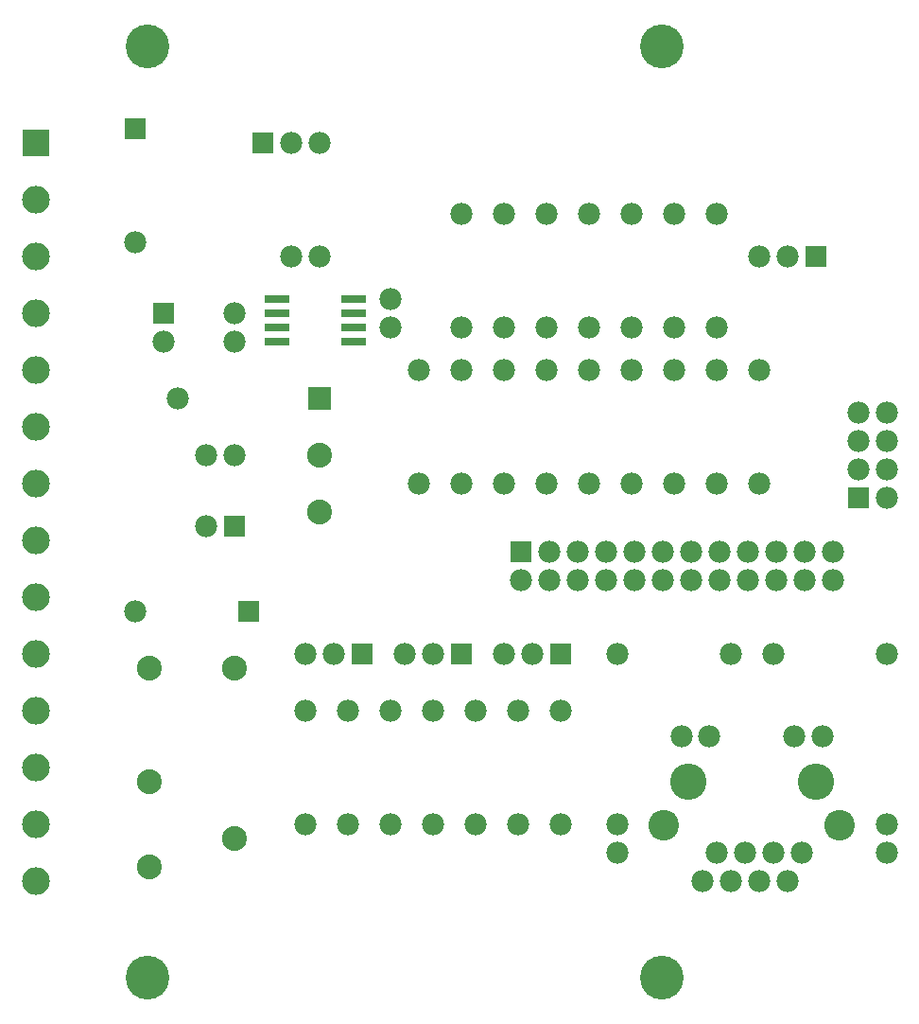
<source format=gbr>
G04 DipTrace 3.3.1.3*
G04 TopMask.gbr*
%MOIN*%
G04 #@! TF.FileFunction,Soldermask,Top*
G04 #@! TF.Part,Single*
%AMOUTLINE1*
4,1,4,
0.03894,-0.03894,
-0.03894,-0.03894,
-0.03894,0.03894,
0.03894,0.03894,
0.03894,-0.03894,
0*%
%ADD30C,0.128*%
%ADD31C,0.154*%
%ADD41R,0.08662X0.031502*%
%ADD43C,0.08788*%
%ADD45C,0.09788*%
%ADD47R,0.09788X0.09788*%
%ADD49C,0.10788*%
%ADD51C,0.07788*%
%ADD53C,0.07788*%
%ADD55R,0.07788X0.07788*%
%ADD62OUTLINE1*%
%FSLAX26Y26*%
G04*
G70*
G90*
G75*
G01*
G04 TopMask*
%LPD*%
D55*
X1543700Y2968700D3*
D53*
Y2868700D3*
D51*
X1793700D3*
Y2968700D3*
X2343700Y3018700D3*
Y2918700D3*
X2093700Y3168700D3*
X1993700D3*
D55*
X1793700Y2218700D3*
D53*
X1693700D3*
D51*
Y2468700D3*
X1793700D3*
X4093700Y1168700D3*
Y1068700D3*
X3143700Y1168700D3*
Y1068700D3*
D62*
X2093700Y2668700D3*
D51*
X1593700D3*
D55*
X1443700Y3618700D3*
D53*
Y3218700D3*
D55*
X1843700Y1918700D3*
D53*
X1443700D3*
X3793700Y1068700D3*
X3743700Y968700D3*
X3693700Y1068700D3*
X3643700Y968700D3*
X3593700Y1068700D3*
X3543700Y968700D3*
X3493700Y1068700D3*
X3443700Y968700D3*
X3867700Y1480700D3*
X3768700D3*
X3468700D3*
X3369700D3*
D49*
X3928700Y1165700D3*
X3308700D3*
D30*
X3843700Y1318700D3*
X3393700D3*
D47*
X1093700Y3568700D3*
D45*
Y3368700D3*
Y3168700D3*
Y2968700D3*
Y2768700D3*
Y2568700D3*
Y2368700D3*
Y2168700D3*
Y1968700D3*
Y1768700D3*
Y1568700D3*
Y1368700D3*
Y1168700D3*
Y968700D3*
D43*
X1493700Y1718700D3*
Y1318700D3*
Y1018700D3*
X1793700Y1118700D3*
Y1718700D3*
X2093700Y2468700D3*
Y2268700D3*
D55*
X2943700Y1768700D3*
D53*
X2843700D3*
X2743700D3*
D55*
X2593700D3*
D53*
X2493700D3*
X2393700D3*
D55*
X3843700Y3168700D3*
D53*
X3743700D3*
X3643700D3*
D55*
X1893700Y3568700D3*
D53*
X1993700D3*
X2093700D3*
D55*
X2243700Y1768700D3*
D53*
X2143700D3*
X2043700D3*
X2443700Y2368700D3*
Y2768700D3*
X2593700Y2368700D3*
Y2768700D3*
Y3318700D3*
Y2918700D3*
X2893700Y3318700D3*
Y2918700D3*
X3343700Y2368700D3*
Y2768700D3*
X3493700Y2368700D3*
Y2768700D3*
X2743700Y3318700D3*
Y2918700D3*
Y2368700D3*
Y2768700D3*
X2893700Y2368700D3*
Y2768700D3*
X2793700Y1168700D3*
Y1568700D3*
X2493700Y1168700D3*
Y1568700D3*
X2193700D3*
Y1168700D3*
X3043700Y2768700D3*
Y2368700D3*
X3343700Y2918700D3*
Y3318700D3*
X3193700Y2918700D3*
Y3318700D3*
X3043700Y2918700D3*
Y3318700D3*
X3543700Y1768700D3*
X3143700D3*
X2643700Y1168700D3*
Y1568700D3*
X3493700Y2918700D3*
Y3318700D3*
X2043700Y1568700D3*
Y1168700D3*
X3193700Y2768700D3*
Y2368700D3*
X2343700Y1168700D3*
Y1568700D3*
X3643700Y2368700D3*
Y2768700D3*
X3693700Y1768700D3*
X4093700D3*
X2943700Y1568700D3*
Y1168700D3*
D41*
X1943700Y3018700D3*
Y2968700D3*
Y2918700D3*
Y2868700D3*
X2215039D3*
Y2918700D3*
Y2968700D3*
Y3018700D3*
D51*
X4093700Y2318700D3*
Y2418700D3*
Y2518700D3*
Y2618700D3*
X2803700Y2028700D3*
X2903700D3*
X3003700D3*
X3103700D3*
X3203700D3*
X3303700D3*
X3403700D3*
X3503700D3*
X3603700D3*
X3703700D3*
D55*
X3993700Y2318700D3*
D51*
Y2418700D3*
Y2518700D3*
Y2618700D3*
D55*
X2803700Y2128700D3*
D51*
X2903700D3*
X3003700D3*
X3103700D3*
X3203700D3*
X3303700D3*
X3403700D3*
X3503700D3*
X3603700D3*
X3703700D3*
X3803700Y2028700D3*
X3903700D3*
X3803700Y2128700D3*
X3903700D3*
D31*
X1487700Y628700D3*
X3299700Y3908700D3*
X1487700D3*
X3299700Y628700D3*
M02*

</source>
